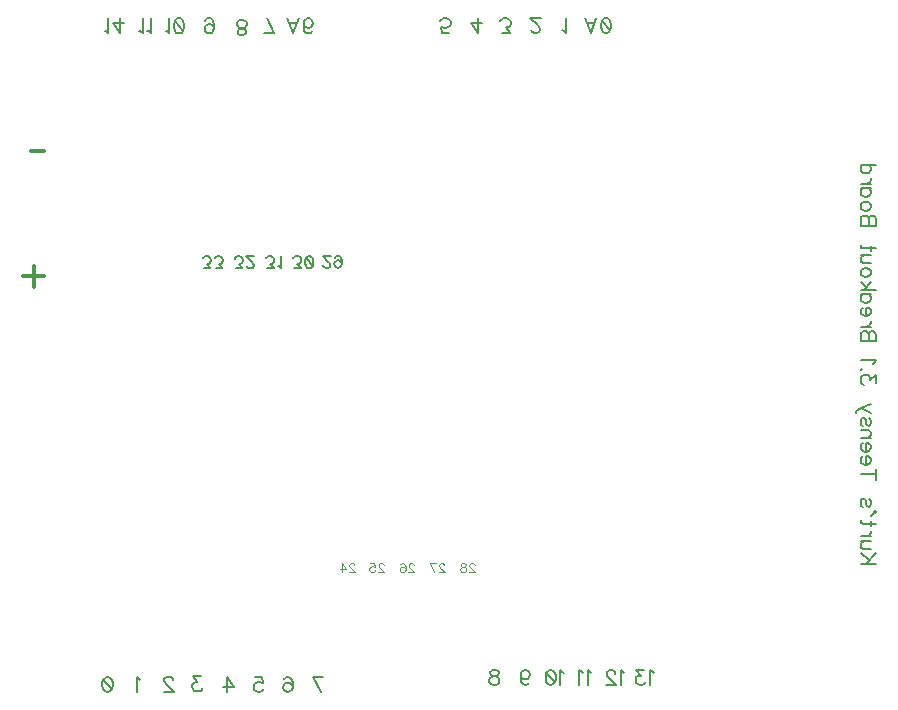
<source format=gbo>
G04 DipTrace Beta 2.3.5.2*
%INTeensy3.1XBreakout.gbo*%
%MOIN*%
%ADD107C,0.0062*%
%ADD108C,0.0077*%
%ADD109C,0.0124*%
%ADD110C,0.0046*%
%FSLAX44Y44*%
G04*
G70*
G90*
G75*
G01*
%LNBotSilk*%
%LPD*%
X7436Y4673D2*
D108*
X7508Y4650D1*
X7556Y4578D1*
X7580Y4458D1*
Y4387D1*
X7556Y4267D1*
X7508Y4195D1*
X7436Y4172D1*
X7389D1*
X7317Y4195D1*
X7269Y4267D1*
X7245Y4387D1*
Y4458D1*
X7269Y4578D1*
X7317Y4650D1*
X7389Y4673D1*
X7436D1*
X7269Y4578D2*
X7556Y4267D1*
X8500Y4583D2*
X8452Y4607D1*
X8380Y4678D1*
Y4177D1*
X9591Y4564D2*
Y4588D1*
X9567Y4636D1*
X9543Y4660D1*
X9495Y4683D1*
X9399D1*
X9352Y4660D1*
X9328Y4636D1*
X9304Y4588D1*
Y4540D1*
X9328Y4492D1*
X9376Y4421D1*
X9615Y4182D1*
X9280D1*
X10522Y4693D2*
X10259D1*
X10402Y4502D1*
X10331D1*
X10283Y4478D1*
X10259Y4455D1*
X10235Y4383D1*
Y4335D1*
X10259Y4263D1*
X10307Y4215D1*
X10379Y4192D1*
X10451D1*
X10522Y4215D1*
X10546Y4240D1*
X10570Y4287D1*
X11389Y4172D2*
Y4673D1*
X11629Y4339D1*
X11270D1*
X12333Y4673D2*
X12572D1*
X12596Y4458D1*
X12572Y4482D1*
X12500Y4507D1*
X12429D1*
X12357Y4482D1*
X12309Y4435D1*
X12285Y4363D1*
Y4315D1*
X12309Y4243D1*
X12357Y4195D1*
X12429Y4172D1*
X12500D1*
X12572Y4195D1*
X12596Y4220D1*
X12620Y4267D1*
X13294Y4602D2*
X13318Y4650D1*
X13389Y4673D1*
X13437D1*
X13509Y4650D1*
X13557Y4578D1*
X13581Y4458D1*
Y4339D1*
X13557Y4243D1*
X13509Y4195D1*
X13437Y4172D1*
X13413D1*
X13342Y4195D1*
X13294Y4243D1*
X13270Y4315D1*
Y4339D1*
X13294Y4411D1*
X13342Y4458D1*
X13413Y4482D1*
X13437D1*
X13509Y4458D1*
X13557Y4411D1*
X13581Y4339D1*
X14514Y4182D2*
X14275Y4683D1*
X14610D1*
X33021Y8453D2*
X32519D1*
X33021Y8788D2*
X32686Y8453D1*
X32806Y8572D2*
X32519Y8788D1*
X32854Y8942D2*
X32615D1*
X32543Y8966D1*
X32519Y9014D1*
Y9086D1*
X32543Y9133D1*
X32615Y9205D1*
X32854D2*
X32519D1*
X32854Y9360D2*
X32519D1*
X32710D2*
X32782Y9384D1*
X32830Y9431D1*
X32854Y9479D1*
Y9551D1*
X33021Y9778D2*
X32615D1*
X32543Y9801D1*
X32519Y9849D1*
Y9897D1*
X32854Y9706D2*
Y9873D1*
X33021Y10171D2*
X32877Y10051D1*
X32997Y10195D1*
X33021Y10171D1*
X32782Y10612D2*
X32830Y10589D1*
X32854Y10517D1*
Y10445D1*
X32830Y10373D1*
X32782Y10349D1*
X32734Y10373D1*
X32710Y10421D1*
X32686Y10541D1*
X32663Y10589D1*
X32615Y10612D1*
X32591D1*
X32543Y10589D1*
X32519Y10517D1*
Y10445D1*
X32543Y10373D1*
X32591Y10349D1*
X33021Y11420D2*
X32519D1*
X33021Y11253D2*
Y11588D1*
X32710Y11742D2*
Y12029D1*
X32758D1*
X32806Y12005D1*
X32830Y11982D1*
X32854Y11933D1*
Y11862D1*
X32830Y11814D1*
X32782Y11766D1*
X32710Y11742D1*
X32663D1*
X32591Y11766D1*
X32543Y11814D1*
X32519Y11862D1*
Y11933D1*
X32543Y11982D1*
X32591Y12029D1*
X32710Y12183D2*
Y12470D1*
X32758D1*
X32806Y12447D1*
X32830Y12423D1*
X32854Y12375D1*
Y12303D1*
X32830Y12255D1*
X32782Y12207D1*
X32710Y12183D1*
X32663D1*
X32591Y12207D1*
X32543Y12255D1*
X32519Y12303D1*
Y12375D1*
X32543Y12423D1*
X32591Y12470D1*
X32854Y12625D2*
X32519D1*
X32758D2*
X32830Y12697D1*
X32854Y12745D1*
Y12816D1*
X32830Y12864D1*
X32758Y12888D1*
X32519D1*
X32782Y13305D2*
X32830Y13281D1*
X32854Y13210D1*
Y13138D1*
X32830Y13066D1*
X32782Y13042D1*
X32734Y13066D1*
X32710Y13114D1*
X32686Y13233D1*
X32663Y13281D1*
X32615Y13305D1*
X32591D1*
X32543Y13281D1*
X32519Y13210D1*
Y13138D1*
X32543Y13066D1*
X32591Y13042D1*
X32854Y13484D2*
X32519Y13627D1*
X32423Y13580D1*
X32375Y13532D1*
X32351Y13484D1*
Y13460D1*
X32854Y13771D2*
X32519Y13627D1*
X33021Y14459D2*
Y14722D1*
X32830Y14579D1*
Y14651D1*
X32806Y14698D1*
X32782Y14722D1*
X32710Y14746D1*
X32663D1*
X32591Y14722D1*
X32543Y14674D1*
X32519Y14602D1*
Y14531D1*
X32543Y14459D1*
X32567Y14436D1*
X32615Y14411D1*
X32567Y14924D2*
X32543Y14901D1*
X32519Y14924D1*
X32543Y14949D1*
X32567Y14924D1*
X32925Y15103D2*
X32949Y15151D1*
X33021Y15223D1*
X32519D1*
X33021Y15863D2*
X32519D1*
Y16079D1*
X32543Y16151D1*
X32567Y16175D1*
X32615Y16198D1*
X32686D1*
X32734Y16175D1*
X32758Y16151D1*
X32782Y16079D1*
X32806Y16151D1*
X32830Y16175D1*
X32878Y16198D1*
X32926D1*
X32973Y16175D1*
X32998Y16151D1*
X33021Y16079D1*
Y15863D1*
X32782D2*
Y16079D1*
X32854Y16353D2*
X32519D1*
X32710D2*
X32782Y16377D1*
X32830Y16425D1*
X32854Y16473D1*
Y16544D1*
X32710Y16699D2*
Y16986D1*
X32758D1*
X32806Y16962D1*
X32830Y16938D1*
X32854Y16890D1*
Y16818D1*
X32830Y16771D1*
X32782Y16723D1*
X32710Y16699D1*
X32663D1*
X32591Y16723D1*
X32543Y16771D1*
X32519Y16818D1*
Y16890D1*
X32543Y16938D1*
X32591Y16986D1*
X32854Y17427D2*
X32519D1*
X32782D2*
X32830Y17379D1*
X32854Y17331D1*
Y17260D1*
X32830Y17212D1*
X32782Y17164D1*
X32710Y17140D1*
X32663D1*
X32591Y17164D1*
X32543Y17212D1*
X32519Y17260D1*
Y17331D1*
X32543Y17379D1*
X32591Y17427D1*
X33021Y17581D2*
X32519D1*
X32854Y17821D2*
X32615Y17581D1*
X32710Y17677D2*
X32519Y17844D1*
X32854Y18118D2*
X32830Y18071D1*
X32782Y18023D1*
X32710Y17999D1*
X32663D1*
X32591Y18023D1*
X32543Y18071D1*
X32519Y18118D1*
Y18190D1*
X32543Y18238D1*
X32591Y18286D1*
X32663Y18310D1*
X32710D1*
X32782Y18286D1*
X32830Y18238D1*
X32854Y18190D1*
Y18118D1*
Y18464D2*
X32615D1*
X32543Y18488D1*
X32519Y18536D1*
Y18608D1*
X32543Y18656D1*
X32615Y18727D1*
X32854D2*
X32519D1*
X33021Y18954D2*
X32615D1*
X32543Y18977D1*
X32519Y19026D1*
Y19073D1*
X32854Y18882D2*
Y19049D1*
X33021Y19713D2*
X32519D1*
Y19929D1*
X32543Y20001D1*
X32567Y20025D1*
X32615Y20048D1*
X32686D1*
X32734Y20025D1*
X32758Y20001D1*
X32782Y19929D1*
X32806Y20001D1*
X32830Y20025D1*
X32878Y20048D1*
X32926D1*
X32973Y20025D1*
X32998Y20001D1*
X33021Y19929D1*
Y19713D1*
X32782D2*
Y19929D1*
X32854Y20322D2*
X32830Y20275D1*
X32782Y20227D1*
X32710Y20203D1*
X32663D1*
X32591Y20227D1*
X32543Y20275D1*
X32519Y20322D1*
Y20394D1*
X32543Y20442D1*
X32591Y20490D1*
X32663Y20514D1*
X32710D1*
X32782Y20490D1*
X32830Y20442D1*
X32854Y20394D1*
Y20322D1*
Y20955D2*
X32519D1*
X32782D2*
X32830Y20908D1*
X32854Y20860D1*
Y20788D1*
X32830Y20740D1*
X32782Y20693D1*
X32710Y20668D1*
X32663D1*
X32591Y20693D1*
X32543Y20740D1*
X32519Y20788D1*
Y20860D1*
X32543Y20908D1*
X32591Y20955D1*
X32854Y21110D2*
X32519D1*
X32710D2*
X32782Y21134D1*
X32830Y21181D1*
X32854Y21230D1*
Y21301D1*
X33021Y21743D2*
X32519D1*
X32782D2*
X32830Y21695D1*
X32854Y21647D1*
Y21575D1*
X32830Y21528D1*
X32782Y21480D1*
X32710Y21456D1*
X32663D1*
X32591Y21480D1*
X32543Y21528D1*
X32519Y21575D1*
Y21647D1*
X32543Y21695D1*
X32591Y21743D1*
X20355Y4908D2*
X20426Y4885D1*
X20451Y4837D1*
Y4789D1*
X20426Y4742D1*
X20379Y4717D1*
X20283Y4693D1*
X20211Y4670D1*
X20164Y4622D1*
X20140Y4574D1*
Y4502D1*
X20164Y4455D1*
X20188Y4430D1*
X20259Y4407D1*
X20355D1*
X20426Y4430D1*
X20451Y4455D1*
X20474Y4502D1*
Y4574D1*
X20451Y4622D1*
X20403Y4670D1*
X20331Y4693D1*
X20236Y4717D1*
X20188Y4742D1*
X20164Y4789D1*
Y4837D1*
X20188Y4885D1*
X20259Y4908D1*
X20355D1*
X21180Y4732D2*
X21204Y4660D1*
X21252Y4612D1*
X21324Y4588D1*
X21347D1*
X21419Y4612D1*
X21467Y4660D1*
X21491Y4732D1*
Y4755D1*
X21467Y4827D1*
X21419Y4875D1*
X21347Y4898D1*
X21324D1*
X21252Y4875D1*
X21204Y4827D1*
X21180Y4732D1*
Y4612D1*
X21204Y4492D1*
X21252Y4420D1*
X21324Y4397D1*
X21371D1*
X21443Y4420D1*
X21467Y4468D1*
X22624Y4808D2*
X22576Y4832D1*
X22504Y4903D1*
Y4402D1*
X22206Y4903D2*
X22278Y4880D1*
X22326Y4808D1*
X22350Y4688D1*
Y4617D1*
X22326Y4497D1*
X22278Y4425D1*
X22206Y4402D1*
X22159D1*
X22087Y4425D1*
X22039Y4497D1*
X22015Y4617D1*
Y4688D1*
X22039Y4808D1*
X22087Y4880D1*
X22159Y4903D1*
X22206D1*
X22039Y4808D2*
X22326Y4497D1*
X23539Y4803D2*
X23491Y4827D1*
X23419Y4898D1*
Y4397D1*
X23265Y4803D2*
X23217Y4827D1*
X23145Y4898D1*
Y4397D1*
X24639Y4798D2*
X24591Y4822D1*
X24519Y4893D1*
Y4392D1*
X24341Y4774D2*
Y4798D1*
X24317Y4846D1*
X24293Y4870D1*
X24245Y4893D1*
X24149D1*
X24102Y4870D1*
X24078Y4846D1*
X24054Y4798D1*
Y4750D1*
X24078Y4702D1*
X24126Y4631D1*
X24365Y4392D1*
X24030D1*
X25629Y4813D2*
X25581Y4837D1*
X25509Y4908D1*
Y4407D1*
X25307Y4908D2*
X25044D1*
X25187Y4717D1*
X25116D1*
X25068Y4693D1*
X25044Y4670D1*
X25020Y4598D1*
Y4550D1*
X25044Y4478D1*
X25092Y4430D1*
X25164Y4407D1*
X25236D1*
X25307Y4430D1*
X25331Y4455D1*
X25355Y4502D1*
X5292Y18021D2*
D109*
X4604D1*
X4948Y17677D2*
Y18366D1*
X4849Y22197D2*
X5291D1*
X23708Y26634D2*
D108*
X23516Y26131D1*
X23325Y26634D1*
X23397Y26466D2*
X23636D1*
X24006Y26132D2*
X23934Y26156D1*
X23886Y26228D1*
X23862Y26347D1*
Y26419D1*
X23886Y26538D1*
X23934Y26610D1*
X24006Y26634D1*
X24054D1*
X24125Y26610D1*
X24173Y26538D1*
X24197Y26419D1*
Y26347D1*
X24173Y26228D1*
X24125Y26156D1*
X24054Y26132D1*
X24006D1*
X24173Y26228D2*
X23886Y26538D1*
X22577Y26228D2*
X22625Y26203D1*
X22697Y26132D1*
Y26634D1*
X21537Y26251D2*
Y26228D1*
X21560Y26179D1*
X21584Y26156D1*
X21632Y26132D1*
X21728D1*
X21775Y26156D1*
X21799Y26179D1*
X21824Y26228D1*
Y26275D1*
X21799Y26323D1*
X21752Y26394D1*
X21512Y26634D1*
X21847D1*
X20560Y26132D2*
X20823D1*
X20680Y26323D1*
X20752D1*
X20799Y26347D1*
X20823Y26371D1*
X20847Y26443D1*
Y26490D1*
X20823Y26562D1*
X20775Y26610D1*
X20704Y26634D1*
X20632D1*
X20560Y26610D1*
X20537Y26586D1*
X20512Y26538D1*
X19778Y26634D2*
Y26132D1*
X19539Y26466D1*
X19897D1*
X18799Y26132D2*
X18560D1*
X18537Y26347D1*
X18560Y26323D1*
X18632Y26299D1*
X18704D1*
X18775Y26323D1*
X18824Y26371D1*
X18847Y26443D1*
Y26490D1*
X18824Y26562D1*
X18775Y26610D1*
X18704Y26634D1*
X18632D1*
X18560Y26610D1*
X18537Y26586D1*
X18512Y26538D1*
X13792Y26624D2*
X13601Y26121D1*
X13409Y26624D1*
X13481Y26456D2*
X13720D1*
X14234Y26193D2*
X14210Y26146D1*
X14138Y26122D1*
X14090D1*
X14019Y26146D1*
X13970Y26218D1*
X13947Y26337D1*
Y26456D1*
X13970Y26552D1*
X14019Y26600D1*
X14090Y26624D1*
X14114D1*
X14185Y26600D1*
X14234Y26552D1*
X14257Y26480D1*
Y26456D1*
X14234Y26384D1*
X14185Y26337D1*
X14114Y26313D1*
X14090D1*
X14019Y26337D1*
X13970Y26384D1*
X13947Y26456D1*
X12718Y26624D2*
X12957Y26122D1*
X12622D1*
X11842Y26072D2*
X11771Y26096D1*
X11747Y26143D1*
Y26191D1*
X11771Y26239D1*
X11819Y26263D1*
X11914Y26287D1*
X11986Y26311D1*
X12034Y26359D1*
X12057Y26406D1*
Y26478D1*
X12034Y26526D1*
X12010Y26550D1*
X11938Y26574D1*
X11842D1*
X11771Y26550D1*
X11747Y26526D1*
X11723Y26478D1*
Y26406D1*
X11747Y26359D1*
X11795Y26311D1*
X11866Y26287D1*
X11962Y26263D1*
X12010Y26239D1*
X12034Y26191D1*
Y26143D1*
X12010Y26096D1*
X11938Y26072D1*
X11842D1*
X10957Y26289D2*
X10933Y26361D1*
X10885Y26409D1*
X10814Y26433D1*
X10790D1*
X10718Y26409D1*
X10670Y26361D1*
X10646Y26289D1*
Y26265D1*
X10670Y26193D1*
X10718Y26146D1*
X10790Y26122D1*
X10814D1*
X10885Y26146D1*
X10933Y26193D1*
X10957Y26289D1*
Y26409D1*
X10933Y26528D1*
X10885Y26600D1*
X10814Y26624D1*
X10766D1*
X10694Y26600D1*
X10670Y26552D1*
X9348Y26218D2*
X9396Y26193D1*
X9468Y26122D1*
Y26624D1*
X9766Y26122D2*
X9694Y26146D1*
X9646Y26218D1*
X9622Y26337D1*
Y26409D1*
X9646Y26528D1*
X9694Y26600D1*
X9766Y26624D1*
X9814D1*
X9885Y26600D1*
X9933Y26528D1*
X9957Y26409D1*
Y26337D1*
X9933Y26218D1*
X9885Y26146D1*
X9814Y26122D1*
X9766D1*
X9933Y26218D2*
X9646Y26528D1*
X8463Y26218D2*
X8511Y26193D1*
X8583Y26122D1*
Y26624D1*
X8737Y26218D2*
X8785Y26193D1*
X8857Y26122D1*
Y26624D1*
X7324Y26218D2*
X7372Y26193D1*
X7444Y26122D1*
Y26624D1*
X7838D2*
Y26122D1*
X7599Y26456D1*
X7957D1*
X14604Y18403D2*
D107*
Y18384D1*
X14623Y18346D1*
X14642Y18327D1*
X14681Y18308D1*
X14757D1*
X14795Y18327D1*
X14814Y18346D1*
X14834Y18384D1*
Y18422D1*
X14814Y18461D1*
X14776Y18518D1*
X14585Y18709D1*
X14853D1*
X15225Y18441D2*
X15206Y18499D1*
X15168Y18537D1*
X15110Y18556D1*
X15091D1*
X15034Y18537D1*
X14996Y18499D1*
X14976Y18441D1*
Y18422D1*
X14996Y18365D1*
X15034Y18327D1*
X15091Y18308D1*
X15110D1*
X15168Y18327D1*
X15206Y18365D1*
X15225Y18441D1*
Y18537D1*
X15206Y18633D1*
X15168Y18690D1*
X15110Y18709D1*
X15072D1*
X15015Y18690D1*
X14996Y18652D1*
X13644Y18298D2*
X13854D1*
X13740Y18451D1*
X13797D1*
X13835Y18470D1*
X13854Y18489D1*
X13874Y18546D1*
Y18584D1*
X13854Y18642D1*
X13816Y18680D1*
X13759Y18699D1*
X13701D1*
X13644Y18680D1*
X13625Y18661D1*
X13606Y18623D1*
X14112Y18298D2*
X14055Y18317D1*
X14016Y18374D1*
X13997Y18470D1*
Y18527D1*
X14016Y18623D1*
X14055Y18680D1*
X14112Y18699D1*
X14150D1*
X14208Y18680D1*
X14246Y18623D1*
X14265Y18527D1*
Y18470D1*
X14246Y18374D1*
X14208Y18317D1*
X14150Y18298D1*
X14112D1*
X14246Y18374D2*
X14016Y18623D1*
X12736Y18298D2*
X12946D1*
X12832Y18451D1*
X12889D1*
X12927Y18470D1*
X12946Y18489D1*
X12966Y18546D1*
Y18584D1*
X12946Y18642D1*
X12908Y18680D1*
X12851Y18699D1*
X12793D1*
X12736Y18680D1*
X12717Y18661D1*
X12698Y18623D1*
X13089Y18374D2*
X13128Y18355D1*
X13185Y18298D1*
Y18699D1*
X11684Y18288D2*
X11894D1*
X11780Y18441D1*
X11837D1*
X11875Y18460D1*
X11894Y18479D1*
X11914Y18536D1*
Y18574D1*
X11894Y18632D1*
X11856Y18670D1*
X11799Y18689D1*
X11741D1*
X11684Y18670D1*
X11665Y18651D1*
X11646Y18613D1*
X12057Y18383D2*
Y18364D1*
X12076Y18326D1*
X12095Y18307D1*
X12133Y18288D1*
X12210D1*
X12248Y18307D1*
X12267Y18326D1*
X12286Y18364D1*
Y18402D1*
X12267Y18441D1*
X12229Y18498D1*
X12037Y18689D1*
X12305D1*
X10634Y18298D2*
X10844D1*
X10730Y18451D1*
X10787D1*
X10825Y18470D1*
X10844Y18489D1*
X10864Y18546D1*
Y18584D1*
X10844Y18642D1*
X10806Y18680D1*
X10749Y18699D1*
X10691D1*
X10634Y18680D1*
X10615Y18661D1*
X10596Y18623D1*
X11026Y18298D2*
X11236D1*
X11121Y18451D1*
X11179D1*
X11217Y18470D1*
X11236Y18489D1*
X11255Y18546D1*
Y18584D1*
X11236Y18642D1*
X11198Y18680D1*
X11140Y18699D1*
X11083D1*
X11026Y18680D1*
X11007Y18661D1*
X10987Y18623D1*
X15644Y8394D2*
D110*
Y8408D1*
X15630Y8437D1*
X15616Y8451D1*
X15587Y8465D1*
X15529D1*
X15501Y8451D1*
X15487Y8437D1*
X15472Y8408D1*
Y8380D1*
X15487Y8351D1*
X15515Y8308D1*
X15659Y8164D1*
X15458D1*
X15221D2*
Y8465D1*
X15365Y8265D1*
X15150D1*
X16620Y8394D2*
Y8408D1*
X16606Y8437D1*
X16591Y8451D1*
X16562Y8465D1*
X16505D1*
X16477Y8451D1*
X16462Y8437D1*
X16448Y8408D1*
Y8380D1*
X16462Y8351D1*
X16491Y8308D1*
X16634Y8164D1*
X16433D1*
X16169Y8465D2*
X16312D1*
X16326Y8336D1*
X16312Y8351D1*
X16269Y8365D1*
X16226D1*
X16183Y8351D1*
X16154Y8322D1*
X16140Y8279D1*
Y8251D1*
X16154Y8207D1*
X16183Y8179D1*
X16226Y8164D1*
X16269D1*
X16312Y8179D1*
X16326Y8193D1*
X16341Y8222D1*
X17625Y8394D2*
Y8408D1*
X17611Y8437D1*
X17597Y8451D1*
X17568Y8465D1*
X17510D1*
X17482Y8451D1*
X17468Y8437D1*
X17453Y8408D1*
Y8380D1*
X17468Y8351D1*
X17496Y8308D1*
X17640Y8164D1*
X17439D1*
X17174Y8423D2*
X17188Y8451D1*
X17231Y8465D1*
X17260D1*
X17303Y8451D1*
X17332Y8408D1*
X17346Y8336D1*
Y8265D1*
X17332Y8207D1*
X17303Y8179D1*
X17260Y8164D1*
X17246D1*
X17203Y8179D1*
X17174Y8207D1*
X17160Y8251D1*
Y8265D1*
X17174Y8308D1*
X17203Y8336D1*
X17246Y8351D1*
X17260D1*
X17303Y8336D1*
X17332Y8308D1*
X17346Y8265D1*
X18640Y8394D2*
Y8408D1*
X18626Y8437D1*
X18611Y8451D1*
X18582Y8465D1*
X18525D1*
X18497Y8451D1*
X18482Y8437D1*
X18468Y8408D1*
Y8380D1*
X18482Y8351D1*
X18511Y8308D1*
X18654Y8164D1*
X18453D1*
X18303D2*
X18160Y8465D1*
X18361D1*
X19649Y8394D2*
Y8408D1*
X19635Y8437D1*
X19621Y8451D1*
X19592Y8465D1*
X19535D1*
X19506Y8451D1*
X19492Y8437D1*
X19477Y8408D1*
Y8380D1*
X19492Y8351D1*
X19520Y8308D1*
X19664Y8164D1*
X19463D1*
X19299Y8465D2*
X19342Y8451D1*
X19356Y8423D1*
Y8394D1*
X19342Y8365D1*
X19313Y8351D1*
X19256Y8336D1*
X19213Y8322D1*
X19184Y8293D1*
X19170Y8265D1*
Y8222D1*
X19184Y8193D1*
X19198Y8179D1*
X19241Y8164D1*
X19299D1*
X19342Y8179D1*
X19356Y8193D1*
X19370Y8222D1*
Y8265D1*
X19356Y8293D1*
X19327Y8322D1*
X19285Y8336D1*
X19227Y8351D1*
X19198Y8365D1*
X19184Y8394D1*
Y8423D1*
X19198Y8451D1*
X19241Y8465D1*
X19299D1*
M02*

</source>
